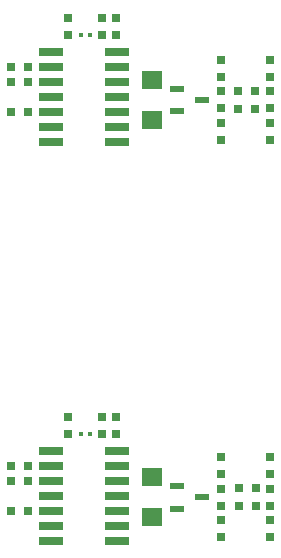
<source format=gtp>
G04*
G04 #@! TF.GenerationSoftware,Altium Limited,Altium Designer,21.0.8 (223)*
G04*
G04 Layer_Color=8421504*
%FSLAX25Y25*%
%MOIN*%
G70*
G04*
G04 #@! TF.SameCoordinates,8FE4C6D1-BE16-481A-9B8C-92EB46E9F254*
G04*
G04*
G04 #@! TF.FilePolarity,Positive*
G04*
G01*
G75*
%ADD18R,0.03150X0.02953*%
%ADD19R,0.01772X0.01772*%
%ADD20R,0.02953X0.03150*%
%ADD21R,0.05118X0.02362*%
%ADD22R,0.08000X0.02600*%
%ADD23R,0.07000X0.06400*%
D18*
X113500Y242500D02*
D03*
Y248209D02*
D03*
X109000Y242500D02*
D03*
Y248209D02*
D03*
X97500Y242646D02*
D03*
Y248354D02*
D03*
X165000Y223854D02*
D03*
Y218146D02*
D03*
Y228646D02*
D03*
Y234354D02*
D03*
X148500Y228500D02*
D03*
Y234209D02*
D03*
Y223854D02*
D03*
Y218146D02*
D03*
Y213354D02*
D03*
Y207646D02*
D03*
X165000Y213354D02*
D03*
Y207646D02*
D03*
X97500Y109646D02*
D03*
Y115354D02*
D03*
X113500Y109500D02*
D03*
Y115209D02*
D03*
X109000Y109500D02*
D03*
Y115209D02*
D03*
X165000Y96146D02*
D03*
Y101854D02*
D03*
Y91354D02*
D03*
Y85646D02*
D03*
Y80854D02*
D03*
Y75146D02*
D03*
X148500Y96146D02*
D03*
Y101854D02*
D03*
Y91354D02*
D03*
Y85646D02*
D03*
Y80854D02*
D03*
Y75146D02*
D03*
D19*
X105000Y242500D02*
D03*
X101850D02*
D03*
X105000Y109500D02*
D03*
X101850D02*
D03*
D20*
X84354Y232000D02*
D03*
X78646D02*
D03*
Y227000D02*
D03*
X84354D02*
D03*
X78646Y217000D02*
D03*
X84354D02*
D03*
X159854Y224000D02*
D03*
X154146D02*
D03*
X159854Y218000D02*
D03*
X154146D02*
D03*
X84354Y99000D02*
D03*
X78646D02*
D03*
Y94000D02*
D03*
X84354D02*
D03*
X78646Y84000D02*
D03*
X84354D02*
D03*
X160354Y91500D02*
D03*
X154646D02*
D03*
X160354Y85500D02*
D03*
X154646D02*
D03*
D21*
X142134Y221000D02*
D03*
X133866Y217260D02*
D03*
Y224740D02*
D03*
X133971Y92240D02*
D03*
Y84760D02*
D03*
X142239Y88500D02*
D03*
D22*
X114000Y89000D02*
D03*
X92000Y74000D02*
D03*
X114000D02*
D03*
Y79000D02*
D03*
Y84000D02*
D03*
X92000Y79000D02*
D03*
Y84000D02*
D03*
Y89000D02*
D03*
X114000Y94000D02*
D03*
Y99000D02*
D03*
Y104000D02*
D03*
X92000Y94000D02*
D03*
Y99000D02*
D03*
Y104000D02*
D03*
Y237000D02*
D03*
Y232000D02*
D03*
Y227000D02*
D03*
X114000Y237000D02*
D03*
Y232000D02*
D03*
Y227000D02*
D03*
X92000Y222000D02*
D03*
Y217000D02*
D03*
Y212000D02*
D03*
X114000Y217000D02*
D03*
Y212000D02*
D03*
Y207000D02*
D03*
X92000D02*
D03*
X114000Y222000D02*
D03*
D23*
X125500Y81800D02*
D03*
Y95200D02*
D03*
Y214300D02*
D03*
Y227700D02*
D03*
M02*

</source>
